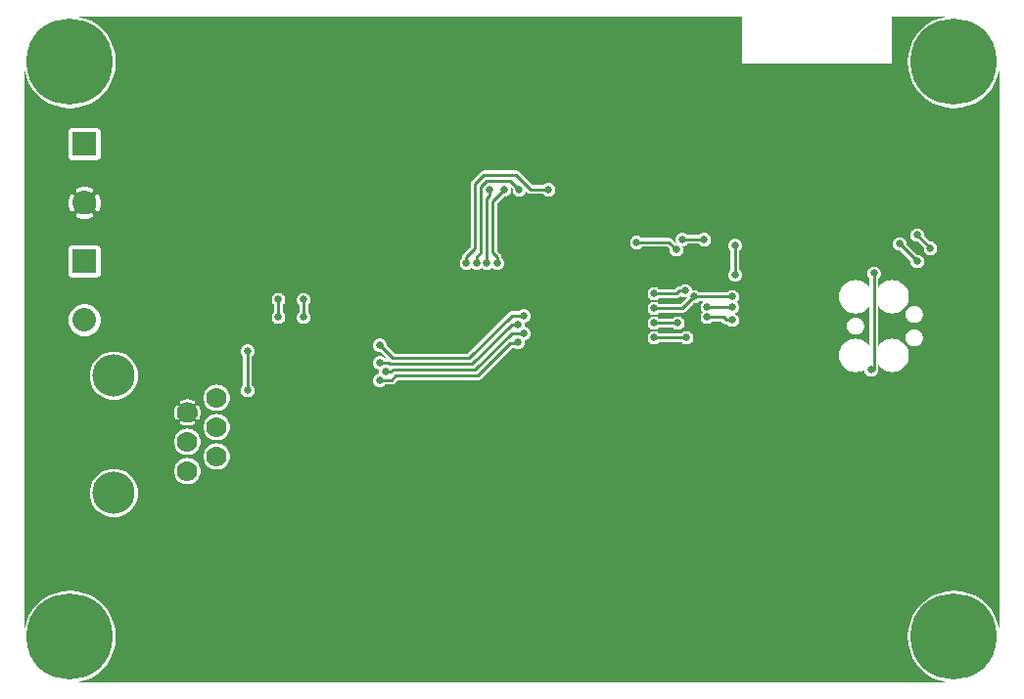
<source format=gbr>
G04 start of page 3 for group 1 idx 1 *
G04 Title: (unknown), bottom *
G04 Creator: pcb 20140316 *
G04 CreationDate: Sun 13 Sep 2020 06:15:44 PM GMT UTC *
G04 For: railfan *
G04 Format: Gerber/RS-274X *
G04 PCB-Dimensions (mil): 3350.00 2300.00 *
G04 PCB-Coordinate-Origin: lower left *
%MOIN*%
%FSLAX25Y25*%
%LNBOTTOM*%
%ADD58C,0.0480*%
%ADD57C,0.0300*%
%ADD56C,0.1280*%
%ADD55C,0.1285*%
%ADD54C,0.0390*%
%ADD53C,0.0935*%
%ADD52C,0.0120*%
%ADD51C,0.0260*%
%ADD50C,0.0800*%
%ADD49C,0.0700*%
%ADD48C,0.1440*%
%ADD47C,0.2937*%
%ADD46C,0.0100*%
%ADD45C,0.0001*%
G54D45*G36*
X302496Y14393D02*X303038Y12138D01*
X303982Y9858D01*
X305272Y7753D01*
X306876Y5876D01*
X308753Y4272D01*
X310858Y2982D01*
X313138Y2038D01*
X315378Y1500D01*
X302496D01*
Y14393D01*
G37*
G36*
X307746Y201132D02*X308753Y200272D01*
X310858Y198982D01*
X313138Y198038D01*
X315539Y197461D01*
X318000Y197268D01*
X320461Y197461D01*
X322862Y198038D01*
X325142Y198982D01*
X327247Y200272D01*
X329124Y201876D01*
X330728Y203753D01*
X332018Y205858D01*
X332962Y208138D01*
X333500Y210378D01*
Y19622D01*
X332962Y21862D01*
X332018Y24142D01*
X330728Y26247D01*
X329124Y28124D01*
X327247Y29728D01*
X325142Y31018D01*
X322862Y31962D01*
X320461Y32539D01*
X318000Y32732D01*
X315539Y32539D01*
X313138Y31962D01*
X310858Y31018D01*
X308753Y29728D01*
X307746Y28868D01*
Y144505D01*
X307779Y144639D01*
X307800Y145000D01*
X307779Y145361D01*
X307746Y145495D01*
Y149034D01*
X307806Y148787D01*
X307944Y148453D01*
X308134Y148144D01*
X308369Y147869D01*
X308644Y147634D01*
X308953Y147444D01*
X309287Y147306D01*
X309639Y147221D01*
X310000Y147193D01*
X310361Y147221D01*
X310713Y147306D01*
X311047Y147444D01*
X311356Y147634D01*
X311631Y147869D01*
X311866Y148144D01*
X312056Y148453D01*
X312194Y148787D01*
X312279Y149139D01*
X312300Y149500D01*
X312279Y149861D01*
X312194Y150213D01*
X312056Y150547D01*
X311866Y150856D01*
X311631Y151131D01*
X311356Y151366D01*
X311047Y151556D01*
X310713Y151694D01*
X310361Y151779D01*
X310000Y151807D01*
X309828Y151794D01*
X307790Y153831D01*
X307800Y154000D01*
X307779Y154361D01*
X307746Y154495D01*
Y201132D01*
G37*
G36*
Y28868D02*X306876Y28124D01*
X305272Y26247D01*
X303982Y24142D01*
X303038Y21862D01*
X302496Y19607D01*
Y111585D01*
X302622Y112109D01*
X302675Y113000D01*
X302622Y113891D01*
X302496Y114415D01*
Y116832D01*
X302761Y116606D01*
X303157Y116363D01*
X303586Y116186D01*
X304037Y116077D01*
X304500Y116041D01*
X304963Y116077D01*
X305414Y116186D01*
X305843Y116363D01*
X306239Y116606D01*
X306592Y116908D01*
X306894Y117261D01*
X307137Y117657D01*
X307314Y118086D01*
X307423Y118537D01*
X307450Y119000D01*
X307423Y119463D01*
X307314Y119914D01*
X307137Y120343D01*
X306894Y120739D01*
X306592Y121092D01*
X306239Y121394D01*
X305843Y121637D01*
X305414Y121814D01*
X304963Y121923D01*
X304500Y121959D01*
X304037Y121923D01*
X303586Y121814D01*
X303157Y121637D01*
X302761Y121394D01*
X302496Y121168D01*
Y124832D01*
X302761Y124606D01*
X303157Y124363D01*
X303586Y124186D01*
X304037Y124077D01*
X304500Y124041D01*
X304963Y124077D01*
X305414Y124186D01*
X305843Y124363D01*
X306239Y124606D01*
X306592Y124908D01*
X306894Y125261D01*
X307137Y125657D01*
X307314Y126086D01*
X307423Y126537D01*
X307450Y127000D01*
X307423Y127463D01*
X307314Y127914D01*
X307137Y128343D01*
X306894Y128739D01*
X306592Y129092D01*
X306239Y129394D01*
X305843Y129637D01*
X305414Y129814D01*
X304963Y129923D01*
X304500Y129959D01*
X304037Y129923D01*
X303586Y129814D01*
X303157Y129637D01*
X302761Y129394D01*
X302496Y129168D01*
Y131585D01*
X302622Y132109D01*
X302675Y133000D01*
X302622Y133891D01*
X302496Y134415D01*
Y145882D01*
X303206Y145172D01*
X303193Y145000D01*
X303221Y144639D01*
X303306Y144287D01*
X303444Y143953D01*
X303634Y143644D01*
X303869Y143369D01*
X304144Y143134D01*
X304453Y142944D01*
X304787Y142806D01*
X305139Y142721D01*
X305500Y142693D01*
X305861Y142721D01*
X306213Y142806D01*
X306547Y142944D01*
X306856Y143134D01*
X307131Y143369D01*
X307366Y143644D01*
X307556Y143953D01*
X307694Y144287D01*
X307746Y144505D01*
Y28868D01*
G37*
G36*
X302496Y210393D02*X303038Y208138D01*
X303982Y205858D01*
X305272Y203753D01*
X306876Y201876D01*
X307746Y201132D01*
Y154495D01*
X307694Y154713D01*
X307556Y155047D01*
X307366Y155356D01*
X307131Y155631D01*
X306856Y155866D01*
X306547Y156056D01*
X306213Y156194D01*
X305861Y156279D01*
X305500Y156307D01*
X305139Y156279D01*
X304787Y156194D01*
X304453Y156056D01*
X304144Y155866D01*
X303869Y155631D01*
X303634Y155356D01*
X303444Y155047D01*
X303306Y154713D01*
X303221Y154361D01*
X303193Y154000D01*
X303221Y153639D01*
X303306Y153287D01*
X303444Y152953D01*
X303634Y152644D01*
X303869Y152369D01*
X304144Y152134D01*
X304453Y151944D01*
X304787Y151806D01*
X305139Y151721D01*
X305500Y151693D01*
X305672Y151706D01*
X307706Y149672D01*
X307693Y149500D01*
X307721Y149139D01*
X307746Y149034D01*
Y145495D01*
X307694Y145713D01*
X307556Y146047D01*
X307366Y146356D01*
X307131Y146631D01*
X306856Y146866D01*
X306547Y147056D01*
X306213Y147194D01*
X305861Y147279D01*
X305500Y147307D01*
X305328Y147294D01*
X302496Y150125D01*
Y210393D01*
G37*
G36*
Y228500D02*X315378D01*
X313138Y227962D01*
X310858Y227018D01*
X308753Y225728D01*
X306876Y224124D01*
X305272Y222247D01*
X303982Y220142D01*
X303038Y217862D01*
X302496Y215607D01*
Y228500D01*
G37*
G36*
Y114415D02*X302414Y114759D01*
X302072Y115584D01*
X301605Y116346D01*
X301025Y117025D01*
X300346Y117605D01*
X299584Y118072D01*
X298759Y118414D01*
X297891Y118622D01*
X297000Y118693D01*
X296109Y118622D01*
X295241Y118414D01*
X294416Y118072D01*
X293654Y117605D01*
X292975Y117025D01*
X292395Y116346D01*
X292300Y116191D01*
Y129809D01*
X292395Y129654D01*
X292975Y128975D01*
X293654Y128395D01*
X294416Y127928D01*
X295241Y127586D01*
X296109Y127378D01*
X297000Y127307D01*
X297891Y127378D01*
X298759Y127586D01*
X299584Y127928D01*
X300346Y128395D01*
X301025Y128975D01*
X301605Y129654D01*
X302072Y130416D01*
X302414Y131241D01*
X302496Y131585D01*
Y129168D01*
X302408Y129092D01*
X302106Y128739D01*
X301863Y128343D01*
X301686Y127914D01*
X301577Y127463D01*
X301541Y127000D01*
X301577Y126537D01*
X301686Y126086D01*
X301863Y125657D01*
X302106Y125261D01*
X302408Y124908D01*
X302496Y124832D01*
Y121168D01*
X302408Y121092D01*
X302106Y120739D01*
X301863Y120343D01*
X301686Y119914D01*
X301577Y119463D01*
X301541Y119000D01*
X301577Y118537D01*
X301686Y118086D01*
X301863Y117657D01*
X302106Y117261D01*
X302408Y116908D01*
X302496Y116832D01*
Y114415D01*
G37*
G36*
Y19607D02*X302461Y19461D01*
X302268Y17000D01*
X302461Y14539D01*
X302496Y14393D01*
Y1500D01*
X290741D01*
Y105900D01*
X290847Y105944D01*
X291156Y106134D01*
X291431Y106369D01*
X291666Y106644D01*
X291825Y106903D01*
X291864Y106936D01*
X292017Y107116D01*
X292141Y107317D01*
X292231Y107535D01*
X292286Y107765D01*
X292300Y108000D01*
Y109809D01*
X292395Y109654D01*
X292975Y108975D01*
X293654Y108395D01*
X294416Y107928D01*
X295241Y107586D01*
X296109Y107378D01*
X297000Y107307D01*
X297891Y107378D01*
X298759Y107586D01*
X299584Y107928D01*
X300346Y108395D01*
X301025Y108975D01*
X301605Y109654D01*
X302072Y110416D01*
X302414Y111241D01*
X302496Y111585D01*
Y19607D01*
G37*
G36*
X290741Y212500D02*X297000D01*
Y228500D01*
X302496D01*
Y215607D01*
X302461Y215461D01*
X302268Y213000D01*
X302461Y210539D01*
X302496Y210393D01*
Y150125D01*
X301790Y150831D01*
X301800Y151000D01*
X301779Y151361D01*
X301694Y151713D01*
X301556Y152047D01*
X301366Y152356D01*
X301131Y152631D01*
X300856Y152866D01*
X300547Y153056D01*
X300213Y153194D01*
X299861Y153279D01*
X299500Y153307D01*
X299139Y153279D01*
X298787Y153194D01*
X298453Y153056D01*
X298144Y152866D01*
X297869Y152631D01*
X297634Y152356D01*
X297444Y152047D01*
X297306Y151713D01*
X297221Y151361D01*
X297193Y151000D01*
X297221Y150639D01*
X297306Y150287D01*
X297444Y149953D01*
X297634Y149644D01*
X297869Y149369D01*
X298144Y149134D01*
X298453Y148944D01*
X298787Y148806D01*
X299139Y148721D01*
X299500Y148693D01*
X299672Y148706D01*
X302496Y145882D01*
Y134415D01*
X302414Y134759D01*
X302072Y135584D01*
X301605Y136346D01*
X301025Y137025D01*
X300346Y137605D01*
X299584Y138072D01*
X298759Y138414D01*
X297891Y138622D01*
X297000Y138693D01*
X296109Y138622D01*
X295241Y138414D01*
X294416Y138072D01*
X293654Y137605D01*
X292975Y137025D01*
X292395Y136346D01*
X292300Y136191D01*
Y139256D01*
X292431Y139369D01*
X292666Y139644D01*
X292856Y139953D01*
X292994Y140287D01*
X293079Y140639D01*
X293100Y141000D01*
X293079Y141361D01*
X292994Y141713D01*
X292856Y142047D01*
X292666Y142356D01*
X292431Y142631D01*
X292156Y142866D01*
X291847Y143056D01*
X291513Y143194D01*
X291161Y143279D01*
X290800Y143307D01*
X290741Y143302D01*
Y212500D01*
G37*
G36*
X284495Y107308D02*X284500Y107307D01*
X285391Y107378D01*
X286259Y107586D01*
X287084Y107928D01*
X287508Y108187D01*
X287493Y108000D01*
X287521Y107639D01*
X287606Y107287D01*
X287744Y106953D01*
X287934Y106644D01*
X288169Y106369D01*
X288444Y106134D01*
X288753Y105944D01*
X289087Y105806D01*
X289439Y105721D01*
X289800Y105693D01*
X290161Y105721D01*
X290513Y105806D01*
X290741Y105900D01*
Y1500D01*
X284495D01*
Y107308D01*
G37*
G36*
Y127308D02*X284500Y127307D01*
X285391Y127378D01*
X286259Y127586D01*
X287084Y127928D01*
X287846Y128395D01*
X288525Y128975D01*
X289105Y129654D01*
X289300Y129972D01*
Y116028D01*
X289105Y116346D01*
X288525Y117025D01*
X287846Y117605D01*
X287084Y118072D01*
X286259Y118414D01*
X285391Y118622D01*
X284500Y118693D01*
X284495Y118692D01*
Y120041D01*
X284500Y120041D01*
X284963Y120077D01*
X285414Y120186D01*
X285843Y120363D01*
X286239Y120606D01*
X286592Y120908D01*
X286894Y121261D01*
X287137Y121657D01*
X287314Y122086D01*
X287423Y122537D01*
X287450Y123000D01*
X287423Y123463D01*
X287314Y123914D01*
X287137Y124343D01*
X286894Y124739D01*
X286592Y125092D01*
X286239Y125394D01*
X285843Y125637D01*
X285414Y125814D01*
X284963Y125923D01*
X284500Y125959D01*
X284495Y125959D01*
Y127308D01*
G37*
G36*
Y212500D02*X290741D01*
Y143302D01*
X290439Y143279D01*
X290087Y143194D01*
X289753Y143056D01*
X289444Y142866D01*
X289169Y142631D01*
X288934Y142356D01*
X288744Y142047D01*
X288606Y141713D01*
X288521Y141361D01*
X288493Y141000D01*
X288521Y140639D01*
X288606Y140287D01*
X288744Y139953D01*
X288934Y139644D01*
X289169Y139369D01*
X289300Y139256D01*
Y136028D01*
X289105Y136346D01*
X288525Y137025D01*
X287846Y137605D01*
X287084Y138072D01*
X286259Y138414D01*
X285391Y138622D01*
X284500Y138693D01*
X284495Y138692D01*
Y212500D01*
G37*
G36*
X243496Y228500D02*X246000D01*
Y212500D01*
X284495D01*
Y138692D01*
X283609Y138622D01*
X282741Y138414D01*
X281916Y138072D01*
X281154Y137605D01*
X280475Y137025D01*
X279895Y136346D01*
X279428Y135584D01*
X279086Y134759D01*
X278878Y133891D01*
X278807Y133000D01*
X278878Y132109D01*
X279086Y131241D01*
X279428Y130416D01*
X279895Y129654D01*
X280475Y128975D01*
X281154Y128395D01*
X281916Y127928D01*
X282741Y127586D01*
X283609Y127378D01*
X284495Y127308D01*
Y125959D01*
X284037Y125923D01*
X283586Y125814D01*
X283157Y125637D01*
X282761Y125394D01*
X282408Y125092D01*
X282106Y124739D01*
X281863Y124343D01*
X281686Y123914D01*
X281577Y123463D01*
X281541Y123000D01*
X281577Y122537D01*
X281686Y122086D01*
X281863Y121657D01*
X282106Y121261D01*
X282408Y120908D01*
X282761Y120606D01*
X283157Y120363D01*
X283586Y120186D01*
X284037Y120077D01*
X284495Y120041D01*
Y118692D01*
X283609Y118622D01*
X282741Y118414D01*
X281916Y118072D01*
X281154Y117605D01*
X280475Y117025D01*
X279895Y116346D01*
X279428Y115584D01*
X279086Y114759D01*
X278878Y113891D01*
X278807Y113000D01*
X278878Y112109D01*
X279086Y111241D01*
X279428Y110416D01*
X279895Y109654D01*
X280475Y108975D01*
X281154Y108395D01*
X281916Y107928D01*
X282741Y107586D01*
X283609Y107378D01*
X284495Y107308D01*
Y1500D01*
X243496D01*
Y122923D01*
X243547Y122944D01*
X243856Y123134D01*
X244131Y123369D01*
X244366Y123644D01*
X244556Y123953D01*
X244694Y124287D01*
X244779Y124639D01*
X244800Y125000D01*
X244779Y125361D01*
X244694Y125713D01*
X244556Y126047D01*
X244366Y126356D01*
X244131Y126631D01*
X243856Y126866D01*
X243547Y127056D01*
X243496Y127077D01*
Y127423D01*
X243547Y127444D01*
X243856Y127634D01*
X244131Y127869D01*
X244366Y128144D01*
X244556Y128453D01*
X244694Y128787D01*
X244779Y129139D01*
X244800Y129500D01*
X244779Y129861D01*
X244694Y130213D01*
X244556Y130547D01*
X244366Y130856D01*
X244131Y131131D01*
X243992Y131250D01*
X244131Y131369D01*
X244366Y131644D01*
X244556Y131953D01*
X244694Y132287D01*
X244779Y132639D01*
X244800Y133000D01*
X244779Y133361D01*
X244694Y133713D01*
X244556Y134047D01*
X244366Y134356D01*
X244131Y134631D01*
X243856Y134866D01*
X243547Y135056D01*
X243496Y135077D01*
Y138193D01*
X243500Y138193D01*
X243861Y138221D01*
X244213Y138306D01*
X244547Y138444D01*
X244856Y138634D01*
X245131Y138869D01*
X245366Y139144D01*
X245556Y139453D01*
X245694Y139787D01*
X245779Y140139D01*
X245800Y140500D01*
X245779Y140861D01*
X245694Y141213D01*
X245556Y141547D01*
X245366Y141856D01*
X245131Y142131D01*
X245000Y142244D01*
Y148756D01*
X245131Y148869D01*
X245366Y149144D01*
X245556Y149453D01*
X245694Y149787D01*
X245779Y150139D01*
X245800Y150500D01*
X245779Y150861D01*
X245694Y151213D01*
X245556Y151547D01*
X245366Y151856D01*
X245131Y152131D01*
X244856Y152366D01*
X244547Y152556D01*
X244213Y152694D01*
X243861Y152779D01*
X243500Y152807D01*
X243496Y152807D01*
Y228500D01*
G37*
G36*
Y127077D02*X243213Y127194D01*
X242980Y127250D01*
X243213Y127306D01*
X243496Y127423D01*
Y127077D01*
G37*
G36*
Y1500D02*X229246D01*
Y118505D01*
X229279Y118639D01*
X229300Y119000D01*
X229279Y119361D01*
X229246Y119495D01*
Y130625D01*
X229328Y130706D01*
X229500Y130693D01*
X229861Y130721D01*
X230213Y130806D01*
X230547Y130944D01*
X230856Y131134D01*
X231131Y131369D01*
X231244Y131500D01*
X232862D01*
X232644Y131366D01*
X232369Y131131D01*
X232134Y130856D01*
X231944Y130547D01*
X231806Y130213D01*
X231721Y129861D01*
X231693Y129500D01*
X231721Y129139D01*
X231806Y128787D01*
X231944Y128453D01*
X232134Y128144D01*
X232369Y127869D01*
X232508Y127750D01*
X232369Y127631D01*
X232134Y127356D01*
X231944Y127047D01*
X231806Y126713D01*
X231721Y126361D01*
X231693Y126000D01*
X231721Y125639D01*
X231806Y125287D01*
X231944Y124953D01*
X232134Y124644D01*
X232369Y124369D01*
X232644Y124134D01*
X232953Y123944D01*
X233287Y123806D01*
X233639Y123721D01*
X234000Y123693D01*
X234361Y123721D01*
X234713Y123806D01*
X235047Y123944D01*
X235356Y124134D01*
X235631Y124369D01*
X235744Y124500D01*
X238879D01*
X239398Y123981D01*
X239436Y123936D01*
X239615Y123783D01*
X239616Y123783D01*
X239817Y123659D01*
X240035Y123569D01*
X240265Y123514D01*
X240500Y123495D01*
X240559Y123500D01*
X240756D01*
X240869Y123369D01*
X241144Y123134D01*
X241453Y122944D01*
X241787Y122806D01*
X242139Y122721D01*
X242500Y122693D01*
X242861Y122721D01*
X243213Y122806D01*
X243496Y122923D01*
Y1500D01*
G37*
G36*
X229246Y228500D02*X243496D01*
Y152807D01*
X243139Y152779D01*
X242787Y152694D01*
X242453Y152556D01*
X242144Y152366D01*
X241869Y152131D01*
X241634Y151856D01*
X241444Y151547D01*
X241306Y151213D01*
X241221Y150861D01*
X241193Y150500D01*
X241221Y150139D01*
X241306Y149787D01*
X241444Y149453D01*
X241634Y149144D01*
X241869Y148869D01*
X242000Y148756D01*
Y142244D01*
X241869Y142131D01*
X241634Y141856D01*
X241444Y141547D01*
X241306Y141213D01*
X241221Y140861D01*
X241193Y140500D01*
X241221Y140139D01*
X241306Y139787D01*
X241444Y139453D01*
X241634Y139144D01*
X241869Y138869D01*
X242144Y138634D01*
X242453Y138444D01*
X242787Y138306D01*
X243139Y138221D01*
X243496Y138193D01*
Y135077D01*
X243213Y135194D01*
X242861Y135279D01*
X242500Y135307D01*
X242139Y135279D01*
X241787Y135194D01*
X241453Y135056D01*
X241144Y134866D01*
X240869Y134631D01*
X240756Y134500D01*
X231244D01*
X231131Y134631D01*
X230856Y134866D01*
X230547Y135056D01*
X230213Y135194D01*
X229861Y135279D01*
X229500Y135307D01*
X229246Y135287D01*
Y151000D01*
X231256D01*
X231369Y150869D01*
X231644Y150634D01*
X231953Y150444D01*
X232287Y150306D01*
X232639Y150221D01*
X233000Y150193D01*
X233361Y150221D01*
X233713Y150306D01*
X234047Y150444D01*
X234356Y150634D01*
X234631Y150869D01*
X234866Y151144D01*
X235056Y151453D01*
X235194Y151787D01*
X235279Y152139D01*
X235300Y152500D01*
X235279Y152861D01*
X235194Y153213D01*
X235056Y153547D01*
X234866Y153856D01*
X234631Y154131D01*
X234356Y154366D01*
X234047Y154556D01*
X233713Y154694D01*
X233361Y154779D01*
X233000Y154807D01*
X232639Y154779D01*
X232287Y154694D01*
X231953Y154556D01*
X231644Y154366D01*
X231369Y154131D01*
X231256Y154000D01*
X229246D01*
Y228500D01*
G37*
G36*
X219996Y117500D02*X225256D01*
X225369Y117369D01*
X225644Y117134D01*
X225953Y116944D01*
X226287Y116806D01*
X226639Y116721D01*
X227000Y116693D01*
X227361Y116721D01*
X227713Y116806D01*
X228047Y116944D01*
X228356Y117134D01*
X228631Y117369D01*
X228866Y117644D01*
X229056Y117953D01*
X229194Y118287D01*
X229246Y118505D01*
Y1500D01*
X219996D01*
Y117500D01*
G37*
G36*
Y127500D02*X225441D01*
X225500Y127495D01*
X225735Y127514D01*
X225735Y127514D01*
X225965Y127569D01*
X226183Y127659D01*
X226384Y127783D01*
X226564Y127936D01*
X226602Y127981D01*
X229246Y130625D01*
Y119495D01*
X229194Y119713D01*
X229056Y120047D01*
X228866Y120356D01*
X228631Y120631D01*
X228356Y120866D01*
X228047Y121056D01*
X227713Y121194D01*
X227361Y121279D01*
X227000Y121307D01*
X226639Y121279D01*
X226287Y121194D01*
X225953Y121056D01*
X225644Y120866D01*
X225369Y120631D01*
X225256Y120500D01*
X219996D01*
Y122500D01*
X222256D01*
X222369Y122369D01*
X222644Y122134D01*
X222953Y121944D01*
X223287Y121806D01*
X223639Y121721D01*
X224000Y121693D01*
X224361Y121721D01*
X224713Y121806D01*
X225047Y121944D01*
X225356Y122134D01*
X225631Y122369D01*
X225866Y122644D01*
X226056Y122953D01*
X226194Y123287D01*
X226279Y123639D01*
X226300Y124000D01*
X226279Y124361D01*
X226194Y124713D01*
X226056Y125047D01*
X225866Y125356D01*
X225631Y125631D01*
X225356Y125866D01*
X225047Y126056D01*
X224713Y126194D01*
X224361Y126279D01*
X224000Y126307D01*
X223639Y126279D01*
X223287Y126194D01*
X222953Y126056D01*
X222644Y125866D01*
X222369Y125631D01*
X222256Y125500D01*
X219996D01*
Y127500D01*
G37*
G36*
Y132500D02*X223441D01*
X223500Y132495D01*
X223735Y132514D01*
X223735Y132514D01*
X223965Y132569D01*
X224183Y132659D01*
X224384Y132783D01*
X224564Y132936D01*
X224602Y132981D01*
X224934Y133313D01*
X225144Y133134D01*
X225453Y132944D01*
X225787Y132806D01*
X226139Y132721D01*
X226500Y132693D01*
X226861Y132721D01*
X227176Y132797D01*
X224879Y130500D01*
X219996D01*
Y132500D01*
G37*
G36*
Y150000D02*X220379D01*
X221206Y149172D01*
X221193Y149000D01*
X221221Y148639D01*
X221306Y148287D01*
X221444Y147953D01*
X221634Y147644D01*
X221869Y147369D01*
X222144Y147134D01*
X222453Y146944D01*
X222787Y146806D01*
X223139Y146721D01*
X223500Y146693D01*
X223861Y146721D01*
X224213Y146806D01*
X224547Y146944D01*
X224856Y147134D01*
X225131Y147369D01*
X225366Y147644D01*
X225556Y147953D01*
X225694Y148287D01*
X225779Y148639D01*
X225800Y149000D01*
X225779Y149361D01*
X225694Y149713D01*
X225556Y150047D01*
X225465Y150196D01*
X225500Y150193D01*
X225861Y150221D01*
X226213Y150306D01*
X226547Y150444D01*
X226856Y150634D01*
X227131Y150869D01*
X227244Y151000D01*
X229246D01*
Y135287D01*
X229139Y135279D01*
X228789Y135195D01*
X228779Y135361D01*
X228694Y135713D01*
X228556Y136047D01*
X228366Y136356D01*
X228131Y136631D01*
X227856Y136866D01*
X227547Y137056D01*
X227213Y137194D01*
X226861Y137279D01*
X226500Y137307D01*
X226139Y137279D01*
X225787Y137194D01*
X225453Y137056D01*
X225144Y136866D01*
X224869Y136631D01*
X224756Y136500D01*
X224559D01*
X224500Y136505D01*
X224265Y136486D01*
X224035Y136431D01*
X223817Y136341D01*
X223616Y136217D01*
X223615Y136217D01*
X223436Y136064D01*
X223398Y136019D01*
X222879Y135500D01*
X219996D01*
Y150000D01*
G37*
G36*
Y228500D02*X229246D01*
Y154000D01*
X227244D01*
X227131Y154131D01*
X226856Y154366D01*
X226547Y154556D01*
X226213Y154694D01*
X225861Y154779D01*
X225500Y154807D01*
X225139Y154779D01*
X224787Y154694D01*
X224453Y154556D01*
X224144Y154366D01*
X223869Y154131D01*
X223634Y153856D01*
X223444Y153547D01*
X223306Y153213D01*
X223221Y152861D01*
X223193Y152500D01*
X223221Y152139D01*
X223306Y151787D01*
X223444Y151453D01*
X223535Y151304D01*
X223500Y151307D01*
X223328Y151294D01*
X222102Y152519D01*
X222064Y152564D01*
X221884Y152717D01*
X221683Y152841D01*
X221465Y152931D01*
X221235Y152986D01*
X221235Y152986D01*
X221000Y153005D01*
X220941Y153000D01*
X219996D01*
Y228500D01*
G37*
G36*
X165996D02*X219996D01*
Y153000D01*
X211744D01*
X211631Y153131D01*
X211356Y153366D01*
X211047Y153556D01*
X210713Y153694D01*
X210361Y153779D01*
X210000Y153807D01*
X209639Y153779D01*
X209287Y153694D01*
X208953Y153556D01*
X208644Y153366D01*
X208369Y153131D01*
X208134Y152856D01*
X207944Y152547D01*
X207806Y152213D01*
X207721Y151861D01*
X207693Y151500D01*
X207721Y151139D01*
X207806Y150787D01*
X207944Y150453D01*
X208134Y150144D01*
X208369Y149869D01*
X208644Y149634D01*
X208953Y149444D01*
X209287Y149306D01*
X209639Y149221D01*
X210000Y149193D01*
X210361Y149221D01*
X210713Y149306D01*
X211047Y149444D01*
X211356Y149634D01*
X211631Y149869D01*
X211744Y150000D01*
X219996D01*
Y135500D01*
X217744D01*
X217631Y135631D01*
X217356Y135866D01*
X217047Y136056D01*
X216713Y136194D01*
X216361Y136279D01*
X216000Y136307D01*
X215639Y136279D01*
X215287Y136194D01*
X214953Y136056D01*
X214644Y135866D01*
X214369Y135631D01*
X214134Y135356D01*
X213944Y135047D01*
X213806Y134713D01*
X213721Y134361D01*
X213693Y134000D01*
X213721Y133639D01*
X213806Y133287D01*
X213944Y132953D01*
X214134Y132644D01*
X214369Y132369D01*
X214644Y132134D01*
X214953Y131944D01*
X215287Y131806D01*
X215639Y131721D01*
X216000Y131693D01*
X216361Y131721D01*
X216713Y131806D01*
X217047Y131944D01*
X217356Y132134D01*
X217631Y132369D01*
X217744Y132500D01*
X219996D01*
Y130500D01*
X217744D01*
X217631Y130631D01*
X217356Y130866D01*
X217047Y131056D01*
X216713Y131194D01*
X216361Y131279D01*
X216000Y131307D01*
X215639Y131279D01*
X215287Y131194D01*
X214953Y131056D01*
X214644Y130866D01*
X214369Y130631D01*
X214134Y130356D01*
X213944Y130047D01*
X213806Y129713D01*
X213721Y129361D01*
X213693Y129000D01*
X213721Y128639D01*
X213806Y128287D01*
X213944Y127953D01*
X214134Y127644D01*
X214369Y127369D01*
X214644Y127134D01*
X214953Y126944D01*
X215287Y126806D01*
X215639Y126721D01*
X216000Y126693D01*
X216361Y126721D01*
X216713Y126806D01*
X217047Y126944D01*
X217356Y127134D01*
X217631Y127369D01*
X217744Y127500D01*
X219996D01*
Y125500D01*
X217744D01*
X217631Y125631D01*
X217356Y125866D01*
X217047Y126056D01*
X216713Y126194D01*
X216361Y126279D01*
X216000Y126307D01*
X215639Y126279D01*
X215287Y126194D01*
X214953Y126056D01*
X214644Y125866D01*
X214369Y125631D01*
X214134Y125356D01*
X213944Y125047D01*
X213806Y124713D01*
X213721Y124361D01*
X213693Y124000D01*
X213721Y123639D01*
X213806Y123287D01*
X213944Y122953D01*
X214134Y122644D01*
X214369Y122369D01*
X214644Y122134D01*
X214953Y121944D01*
X215287Y121806D01*
X215639Y121721D01*
X216000Y121693D01*
X216361Y121721D01*
X216713Y121806D01*
X217047Y121944D01*
X217356Y122134D01*
X217631Y122369D01*
X217744Y122500D01*
X219996D01*
Y120500D01*
X217744D01*
X217631Y120631D01*
X217356Y120866D01*
X217047Y121056D01*
X216713Y121194D01*
X216361Y121279D01*
X216000Y121307D01*
X215639Y121279D01*
X215287Y121194D01*
X214953Y121056D01*
X214644Y120866D01*
X214369Y120631D01*
X214134Y120356D01*
X213944Y120047D01*
X213806Y119713D01*
X213721Y119361D01*
X213693Y119000D01*
X213721Y118639D01*
X213806Y118287D01*
X213944Y117953D01*
X214134Y117644D01*
X214369Y117369D01*
X214644Y117134D01*
X214953Y116944D01*
X215287Y116806D01*
X215639Y116721D01*
X216000Y116693D01*
X216361Y116721D01*
X216713Y116806D01*
X217047Y116944D01*
X217356Y117134D01*
X217631Y117369D01*
X217744Y117500D01*
X219996D01*
Y1500D01*
X165996D01*
Y113875D01*
X167621Y115500D01*
X168362D01*
X168453Y115444D01*
X168787Y115306D01*
X169139Y115221D01*
X169500Y115193D01*
X169861Y115221D01*
X170213Y115306D01*
X170547Y115444D01*
X170856Y115634D01*
X171131Y115869D01*
X171366Y116144D01*
X171556Y116453D01*
X171694Y116787D01*
X171779Y117139D01*
X171800Y117500D01*
X171779Y117861D01*
X171695Y118208D01*
X171861Y118221D01*
X172213Y118306D01*
X172547Y118444D01*
X172856Y118634D01*
X173131Y118869D01*
X173366Y119144D01*
X173556Y119453D01*
X173694Y119787D01*
X173779Y120139D01*
X173800Y120500D01*
X173779Y120861D01*
X173694Y121213D01*
X173556Y121547D01*
X173366Y121856D01*
X173131Y122131D01*
X172856Y122366D01*
X172547Y122556D01*
X172213Y122694D01*
X171861Y122779D01*
X171695Y122792D01*
X171779Y123139D01*
X171800Y123500D01*
X171779Y123861D01*
X171695Y124208D01*
X171861Y124221D01*
X172213Y124306D01*
X172547Y124444D01*
X172856Y124634D01*
X173131Y124869D01*
X173366Y125144D01*
X173556Y125453D01*
X173694Y125787D01*
X173779Y126139D01*
X173800Y126500D01*
X173779Y126861D01*
X173694Y127213D01*
X173556Y127547D01*
X173366Y127856D01*
X173131Y128131D01*
X172856Y128366D01*
X172547Y128556D01*
X172213Y128694D01*
X171861Y128779D01*
X171500Y128807D01*
X171139Y128779D01*
X170787Y128694D01*
X170453Y128556D01*
X170144Y128366D01*
X169869Y128131D01*
X169756Y128000D01*
X167559D01*
X167500Y128005D01*
X167265Y127986D01*
X167035Y127931D01*
X166817Y127841D01*
X166616Y127717D01*
X166615Y127717D01*
X166436Y127564D01*
X166398Y127519D01*
X165996Y127118D01*
Y167423D01*
X166047Y167444D01*
X166356Y167634D01*
X166631Y167869D01*
X166866Y168144D01*
X167056Y168453D01*
X167194Y168787D01*
X167279Y169139D01*
X167300Y169500D01*
X167279Y169861D01*
X167203Y170176D01*
X167706Y169672D01*
X167693Y169500D01*
X167721Y169139D01*
X167806Y168787D01*
X167944Y168453D01*
X168134Y168144D01*
X168369Y167869D01*
X168644Y167634D01*
X168953Y167444D01*
X169287Y167306D01*
X169639Y167221D01*
X170000Y167193D01*
X170361Y167221D01*
X170713Y167306D01*
X171047Y167444D01*
X171356Y167634D01*
X171631Y167869D01*
X171866Y168144D01*
X172056Y168453D01*
X172194Y168787D01*
X172271Y169108D01*
X172898Y168481D01*
X172936Y168436D01*
X173116Y168283D01*
X173317Y168159D01*
X173535Y168069D01*
X173765Y168014D01*
X174000Y167995D01*
X174059Y168000D01*
X178256D01*
X178369Y167869D01*
X178644Y167634D01*
X178953Y167444D01*
X179287Y167306D01*
X179639Y167221D01*
X180000Y167193D01*
X180361Y167221D01*
X180713Y167306D01*
X181047Y167444D01*
X181356Y167634D01*
X181631Y167869D01*
X181866Y168144D01*
X182056Y168453D01*
X182194Y168787D01*
X182279Y169139D01*
X182300Y169500D01*
X182279Y169861D01*
X182194Y170213D01*
X182056Y170547D01*
X181866Y170856D01*
X181631Y171131D01*
X181356Y171366D01*
X181047Y171556D01*
X180713Y171694D01*
X180361Y171779D01*
X180000Y171807D01*
X179639Y171779D01*
X179287Y171694D01*
X178953Y171556D01*
X178644Y171366D01*
X178369Y171131D01*
X178256Y171000D01*
X174621D01*
X170102Y175519D01*
X170064Y175564D01*
X169884Y175717D01*
X169683Y175841D01*
X169465Y175931D01*
X169235Y175986D01*
X169235Y175986D01*
X169000Y176005D01*
X168941Y176000D01*
X165996D01*
Y228500D01*
G37*
G36*
X96571D02*X165996D01*
Y176000D01*
X158059D01*
X158000Y176005D01*
X157765Y175986D01*
X157535Y175931D01*
X157317Y175841D01*
X157116Y175717D01*
X157115Y175717D01*
X156936Y175564D01*
X156898Y175519D01*
X153981Y172602D01*
X153936Y172564D01*
X153783Y172384D01*
X153659Y172183D01*
X153569Y171965D01*
X153514Y171735D01*
X153514Y171735D01*
X153495Y171500D01*
X153500Y171441D01*
Y150121D01*
X150981Y147602D01*
X150936Y147564D01*
X150783Y147384D01*
X150659Y147183D01*
X150569Y146965D01*
X150514Y146735D01*
X150514Y146735D01*
X150495Y146500D01*
X150500Y146441D01*
Y146244D01*
X150369Y146131D01*
X150134Y145856D01*
X149944Y145547D01*
X149806Y145213D01*
X149721Y144861D01*
X149693Y144500D01*
X149721Y144139D01*
X149806Y143787D01*
X149944Y143453D01*
X150134Y143144D01*
X150369Y142869D01*
X150644Y142634D01*
X150953Y142444D01*
X151287Y142306D01*
X151639Y142221D01*
X152000Y142193D01*
X152361Y142221D01*
X152713Y142306D01*
X153047Y142444D01*
X153356Y142634D01*
X153631Y142869D01*
X153750Y143008D01*
X153869Y142869D01*
X154144Y142634D01*
X154453Y142444D01*
X154787Y142306D01*
X155139Y142221D01*
X155500Y142193D01*
X155861Y142221D01*
X156213Y142306D01*
X156547Y142444D01*
X156856Y142634D01*
X157131Y142869D01*
X157250Y143008D01*
X157369Y142869D01*
X157644Y142634D01*
X157953Y142444D01*
X158287Y142306D01*
X158639Y142221D01*
X159000Y142193D01*
X159361Y142221D01*
X159713Y142306D01*
X160047Y142444D01*
X160356Y142634D01*
X160631Y142869D01*
X160750Y143008D01*
X160869Y142869D01*
X161144Y142634D01*
X161453Y142444D01*
X161787Y142306D01*
X162139Y142221D01*
X162500Y142193D01*
X162861Y142221D01*
X163213Y142306D01*
X163547Y142444D01*
X163856Y142634D01*
X164131Y142869D01*
X164366Y143144D01*
X164556Y143453D01*
X164694Y143787D01*
X164779Y144139D01*
X164800Y144500D01*
X164779Y144861D01*
X164694Y145213D01*
X164556Y145547D01*
X164366Y145856D01*
X164131Y146131D01*
X164000Y146244D01*
Y146441D01*
X164005Y146500D01*
X163986Y146735D01*
X163931Y146965D01*
X163841Y147183D01*
X163717Y147384D01*
X163564Y147564D01*
X163519Y147602D01*
X162500Y148621D01*
Y164879D01*
X164828Y167206D01*
X165000Y167193D01*
X165361Y167221D01*
X165713Y167306D01*
X165996Y167423D01*
Y127118D01*
X152379Y113500D01*
X127621D01*
X124790Y116331D01*
X124800Y116500D01*
X124779Y116861D01*
X124694Y117213D01*
X124556Y117547D01*
X124366Y117856D01*
X124131Y118131D01*
X123856Y118366D01*
X123547Y118556D01*
X123213Y118694D01*
X122861Y118779D01*
X122500Y118807D01*
X122139Y118779D01*
X121787Y118694D01*
X121453Y118556D01*
X121144Y118366D01*
X120869Y118131D01*
X120634Y117856D01*
X120444Y117547D01*
X120306Y117213D01*
X120221Y116861D01*
X120193Y116500D01*
X120221Y116139D01*
X120306Y115787D01*
X120444Y115453D01*
X120634Y115144D01*
X120869Y114869D01*
X121144Y114634D01*
X121453Y114444D01*
X121787Y114306D01*
X122139Y114221D01*
X122500Y114193D01*
X122672Y114206D01*
X124879Y112000D01*
X124244D01*
X124131Y112131D01*
X123856Y112366D01*
X123547Y112556D01*
X123213Y112694D01*
X122861Y112779D01*
X122500Y112807D01*
X122139Y112779D01*
X121787Y112694D01*
X121453Y112556D01*
X121144Y112366D01*
X120869Y112131D01*
X120634Y111856D01*
X120444Y111547D01*
X120306Y111213D01*
X120221Y110861D01*
X120193Y110500D01*
X120221Y110139D01*
X120306Y109787D01*
X120444Y109453D01*
X120634Y109144D01*
X120869Y108869D01*
X121144Y108634D01*
X121453Y108444D01*
X121787Y108306D01*
X122139Y108221D01*
X122305Y108208D01*
X122221Y107861D01*
X122193Y107500D01*
X122221Y107139D01*
X122305Y106792D01*
X122139Y106779D01*
X121787Y106694D01*
X121453Y106556D01*
X121144Y106366D01*
X120869Y106131D01*
X120634Y105856D01*
X120444Y105547D01*
X120306Y105213D01*
X120221Y104861D01*
X120193Y104500D01*
X120221Y104139D01*
X120306Y103787D01*
X120444Y103453D01*
X120634Y103144D01*
X120869Y102869D01*
X121144Y102634D01*
X121453Y102444D01*
X121787Y102306D01*
X122139Y102221D01*
X122500Y102193D01*
X122861Y102221D01*
X123213Y102306D01*
X123547Y102444D01*
X123856Y102634D01*
X124131Y102869D01*
X124244Y103000D01*
X126441D01*
X126500Y102995D01*
X126735Y103014D01*
X126735Y103014D01*
X126965Y103069D01*
X127183Y103159D01*
X127384Y103283D01*
X127564Y103436D01*
X127602Y103481D01*
X128621Y104500D01*
X155941D01*
X156000Y104495D01*
X156235Y104514D01*
X156235Y104514D01*
X156465Y104569D01*
X156683Y104659D01*
X156884Y104783D01*
X157064Y104936D01*
X157102Y104981D01*
X165996Y113875D01*
Y1500D01*
X96571D01*
Y123693D01*
X96575Y123693D01*
X96936Y123721D01*
X97288Y123806D01*
X97622Y123944D01*
X97931Y124134D01*
X98206Y124369D01*
X98441Y124644D01*
X98631Y124953D01*
X98769Y125287D01*
X98854Y125639D01*
X98875Y126000D01*
X98854Y126361D01*
X98769Y126713D01*
X98631Y127047D01*
X98441Y127356D01*
X98206Y127631D01*
X98075Y127744D01*
Y130256D01*
X98206Y130369D01*
X98441Y130644D01*
X98631Y130953D01*
X98769Y131287D01*
X98854Y131639D01*
X98875Y132000D01*
X98854Y132361D01*
X98769Y132713D01*
X98631Y133047D01*
X98441Y133356D01*
X98206Y133631D01*
X97931Y133866D01*
X97622Y134056D01*
X97288Y134194D01*
X96936Y134279D01*
X96575Y134307D01*
X96571Y134307D01*
Y228500D01*
G37*
G36*
X87996D02*X96571D01*
Y134307D01*
X96214Y134279D01*
X95862Y134194D01*
X95528Y134056D01*
X95219Y133866D01*
X94944Y133631D01*
X94709Y133356D01*
X94519Y133047D01*
X94381Y132713D01*
X94296Y132361D01*
X94268Y132000D01*
X94296Y131639D01*
X94381Y131287D01*
X94519Y130953D01*
X94709Y130644D01*
X94944Y130369D01*
X95075Y130256D01*
Y127744D01*
X94944Y127631D01*
X94709Y127356D01*
X94519Y127047D01*
X94381Y126713D01*
X94296Y126361D01*
X94268Y126000D01*
X94296Y125639D01*
X94381Y125287D01*
X94519Y124953D01*
X94709Y124644D01*
X94944Y124369D01*
X95219Y124134D01*
X95528Y123944D01*
X95862Y123806D01*
X96214Y123721D01*
X96571Y123693D01*
Y1500D01*
X87996D01*
Y123693D01*
X88000Y123693D01*
X88361Y123721D01*
X88713Y123806D01*
X89047Y123944D01*
X89356Y124134D01*
X89631Y124369D01*
X89866Y124644D01*
X90056Y124953D01*
X90194Y125287D01*
X90279Y125639D01*
X90300Y126000D01*
X90279Y126361D01*
X90194Y126713D01*
X90056Y127047D01*
X89866Y127356D01*
X89631Y127631D01*
X89500Y127744D01*
Y130256D01*
X89631Y130369D01*
X89866Y130644D01*
X90056Y130953D01*
X90194Y131287D01*
X90279Y131639D01*
X90300Y132000D01*
X90279Y132361D01*
X90194Y132713D01*
X90056Y133047D01*
X89866Y133356D01*
X89631Y133631D01*
X89356Y133866D01*
X89047Y134056D01*
X88713Y134194D01*
X88361Y134279D01*
X88000Y134307D01*
X87996Y134307D01*
Y228500D01*
G37*
G36*
X77496D02*X87996D01*
Y134307D01*
X87639Y134279D01*
X87287Y134194D01*
X86953Y134056D01*
X86644Y133866D01*
X86369Y133631D01*
X86134Y133356D01*
X85944Y133047D01*
X85806Y132713D01*
X85721Y132361D01*
X85693Y132000D01*
X85721Y131639D01*
X85806Y131287D01*
X85944Y130953D01*
X86134Y130644D01*
X86369Y130369D01*
X86500Y130256D01*
Y127744D01*
X86369Y127631D01*
X86134Y127356D01*
X85944Y127047D01*
X85806Y126713D01*
X85721Y126361D01*
X85693Y126000D01*
X85721Y125639D01*
X85806Y125287D01*
X85944Y124953D01*
X86134Y124644D01*
X86369Y124369D01*
X86644Y124134D01*
X86953Y123944D01*
X87287Y123806D01*
X87639Y123721D01*
X87996Y123693D01*
Y1500D01*
X77496D01*
Y98693D01*
X77500Y98693D01*
X77861Y98721D01*
X78213Y98806D01*
X78547Y98944D01*
X78856Y99134D01*
X79131Y99369D01*
X79366Y99644D01*
X79556Y99953D01*
X79694Y100287D01*
X79779Y100639D01*
X79800Y101000D01*
X79779Y101361D01*
X79694Y101713D01*
X79556Y102047D01*
X79366Y102356D01*
X79131Y102631D01*
X79000Y102744D01*
Y112756D01*
X79131Y112869D01*
X79366Y113144D01*
X79556Y113453D01*
X79694Y113787D01*
X79779Y114139D01*
X79800Y114500D01*
X79779Y114861D01*
X79694Y115213D01*
X79556Y115547D01*
X79366Y115856D01*
X79131Y116131D01*
X78856Y116366D01*
X78547Y116556D01*
X78213Y116694D01*
X77861Y116779D01*
X77500Y116807D01*
X77496Y116807D01*
Y228500D01*
G37*
G36*
X66993D02*X77496D01*
Y116807D01*
X77139Y116779D01*
X76787Y116694D01*
X76453Y116556D01*
X76144Y116366D01*
X75869Y116131D01*
X75634Y115856D01*
X75444Y115547D01*
X75306Y115213D01*
X75221Y114861D01*
X75193Y114500D01*
X75221Y114139D01*
X75306Y113787D01*
X75444Y113453D01*
X75634Y113144D01*
X75869Y112869D01*
X76000Y112756D01*
Y102744D01*
X75869Y102631D01*
X75634Y102356D01*
X75444Y102047D01*
X75306Y101713D01*
X75221Y101361D01*
X75193Y101000D01*
X75221Y100639D01*
X75306Y100287D01*
X75444Y99953D01*
X75634Y99644D01*
X75869Y99369D01*
X76144Y99134D01*
X76453Y98944D01*
X76787Y98806D01*
X77139Y98721D01*
X77496Y98693D01*
Y1500D01*
X66993D01*
Y73987D01*
X67000Y73986D01*
X67706Y74042D01*
X68395Y74207D01*
X69049Y74478D01*
X69653Y74848D01*
X70192Y75308D01*
X70652Y75847D01*
X71022Y76451D01*
X71293Y77105D01*
X71458Y77794D01*
X71500Y78500D01*
X71458Y79206D01*
X71293Y79895D01*
X71022Y80549D01*
X70652Y81153D01*
X70192Y81692D01*
X69653Y82152D01*
X69049Y82522D01*
X68395Y82793D01*
X67706Y82958D01*
X67000Y83014D01*
X66993Y83013D01*
Y83987D01*
X67000Y83986D01*
X67706Y84042D01*
X68395Y84207D01*
X69049Y84478D01*
X69653Y84848D01*
X70192Y85308D01*
X70652Y85847D01*
X71022Y86451D01*
X71293Y87105D01*
X71458Y87794D01*
X71500Y88500D01*
X71458Y89206D01*
X71293Y89895D01*
X71022Y90549D01*
X70652Y91153D01*
X70192Y91692D01*
X69653Y92152D01*
X69049Y92522D01*
X68395Y92793D01*
X67706Y92958D01*
X67000Y93014D01*
X66993Y93013D01*
Y93987D01*
X67000Y93986D01*
X67706Y94042D01*
X68395Y94207D01*
X69049Y94478D01*
X69653Y94848D01*
X70192Y95308D01*
X70652Y95847D01*
X71022Y96451D01*
X71293Y97105D01*
X71458Y97794D01*
X71500Y98500D01*
X71458Y99206D01*
X71293Y99895D01*
X71022Y100549D01*
X70652Y101153D01*
X70192Y101692D01*
X69653Y102152D01*
X69049Y102522D01*
X68395Y102793D01*
X67706Y102958D01*
X67000Y103014D01*
X66993Y103013D01*
Y228500D01*
G37*
G36*
X60720D02*X66993D01*
Y103013D01*
X66294Y102958D01*
X65605Y102793D01*
X64951Y102522D01*
X64347Y102152D01*
X63808Y101692D01*
X63348Y101153D01*
X62978Y100549D01*
X62707Y99895D01*
X62542Y99206D01*
X62486Y98500D01*
X62542Y97794D01*
X62707Y97105D01*
X62978Y96451D01*
X63348Y95847D01*
X63808Y95308D01*
X64347Y94848D01*
X64951Y94478D01*
X65605Y94207D01*
X66294Y94042D01*
X66993Y93987D01*
Y93013D01*
X66294Y92958D01*
X65605Y92793D01*
X64951Y92522D01*
X64347Y92152D01*
X63808Y91692D01*
X63348Y91153D01*
X62978Y90549D01*
X62707Y89895D01*
X62542Y89206D01*
X62486Y88500D01*
X62542Y87794D01*
X62707Y87105D01*
X62978Y86451D01*
X63348Y85847D01*
X63808Y85308D01*
X64347Y84848D01*
X64951Y84478D01*
X65605Y84207D01*
X66294Y84042D01*
X66993Y83987D01*
Y83013D01*
X66294Y82958D01*
X65605Y82793D01*
X64951Y82522D01*
X64347Y82152D01*
X63808Y81692D01*
X63348Y81153D01*
X62978Y80549D01*
X62707Y79895D01*
X62542Y79206D01*
X62486Y78500D01*
X62542Y77794D01*
X62707Y77105D01*
X62978Y76451D01*
X63348Y75847D01*
X63808Y75308D01*
X64347Y74848D01*
X64951Y74478D01*
X65605Y74207D01*
X66294Y74042D01*
X66993Y73987D01*
Y1500D01*
X60720D01*
Y70959D01*
X61022Y71451D01*
X61293Y72105D01*
X61458Y72794D01*
X61500Y73500D01*
X61458Y74206D01*
X61293Y74895D01*
X61022Y75549D01*
X60720Y76041D01*
Y80959D01*
X61022Y81451D01*
X61293Y82105D01*
X61458Y82794D01*
X61500Y83500D01*
X61458Y84206D01*
X61293Y84895D01*
X61022Y85549D01*
X60720Y86041D01*
Y91044D01*
X60771Y91083D01*
X60826Y91139D01*
X60870Y91204D01*
X61064Y91556D01*
X61221Y91926D01*
X61344Y92309D01*
X61433Y92700D01*
X61487Y93099D01*
X61504Y93500D01*
X61487Y93901D01*
X61433Y94300D01*
X61344Y94691D01*
X61221Y95074D01*
X61064Y95444D01*
X60874Y95798D01*
X60829Y95863D01*
X60774Y95920D01*
X60720Y95960D01*
Y228500D01*
G37*
G36*
Y76041D02*X60652Y76153D01*
X60192Y76692D01*
X59653Y77152D01*
X59049Y77522D01*
X58395Y77793D01*
X57706Y77958D01*
X57002Y78014D01*
Y78986D01*
X57706Y79042D01*
X58395Y79207D01*
X59049Y79478D01*
X59653Y79848D01*
X60192Y80308D01*
X60652Y80847D01*
X60720Y80959D01*
Y76041D01*
G37*
G36*
Y1500D02*X57002D01*
Y68986D01*
X57706Y69042D01*
X58395Y69207D01*
X59049Y69478D01*
X59653Y69848D01*
X60192Y70308D01*
X60652Y70847D01*
X60720Y70959D01*
Y1500D01*
G37*
G36*
X57002Y228500D02*X60720D01*
Y95960D01*
X60710Y95968D01*
X60640Y96004D01*
X60565Y96030D01*
X60487Y96044D01*
X60408Y96045D01*
X60329Y96033D01*
X60254Y96010D01*
X60183Y95975D01*
X60118Y95929D01*
X60061Y95874D01*
X60013Y95811D01*
X59976Y95741D01*
X59951Y95666D01*
X59937Y95588D01*
X59936Y95508D01*
X59948Y95430D01*
X59971Y95354D01*
X60007Y95284D01*
X60157Y95010D01*
X60279Y94723D01*
X60375Y94426D01*
X60444Y94121D01*
X60486Y93812D01*
X60500Y93500D01*
X60486Y93188D01*
X60444Y92879D01*
X60375Y92574D01*
X60279Y92277D01*
X60157Y91990D01*
X60010Y91714D01*
X59974Y91645D01*
X59951Y91569D01*
X59940Y91491D01*
X59941Y91413D01*
X59954Y91335D01*
X59980Y91261D01*
X60016Y91191D01*
X60064Y91128D01*
X60120Y91073D01*
X60184Y91028D01*
X60255Y90993D01*
X60330Y90970D01*
X60408Y90959D01*
X60487Y90960D01*
X60564Y90973D01*
X60639Y90999D01*
X60708Y91035D01*
X60720Y91044D01*
Y86041D01*
X60652Y86153D01*
X60192Y86692D01*
X59653Y87152D01*
X59049Y87522D01*
X58395Y87793D01*
X57706Y87958D01*
X57002Y88014D01*
Y88996D01*
X57401Y89013D01*
X57800Y89067D01*
X58191Y89156D01*
X58574Y89279D01*
X58944Y89436D01*
X59298Y89626D01*
X59363Y89671D01*
X59420Y89726D01*
X59468Y89790D01*
X59504Y89860D01*
X59530Y89935D01*
X59544Y90013D01*
X59545Y90092D01*
X59533Y90171D01*
X59510Y90246D01*
X59475Y90317D01*
X59429Y90382D01*
X59374Y90439D01*
X59311Y90487D01*
X59241Y90524D01*
X59166Y90549D01*
X59088Y90563D01*
X59008Y90564D01*
X58930Y90552D01*
X58854Y90529D01*
X58784Y90493D01*
X58510Y90343D01*
X58223Y90221D01*
X57926Y90125D01*
X57621Y90056D01*
X57312Y90014D01*
X57002Y90000D01*
Y97000D01*
X57312Y96986D01*
X57621Y96944D01*
X57926Y96875D01*
X58223Y96779D01*
X58510Y96657D01*
X58786Y96510D01*
X58855Y96474D01*
X58931Y96451D01*
X59009Y96440D01*
X59087Y96441D01*
X59165Y96454D01*
X59239Y96480D01*
X59309Y96516D01*
X59372Y96564D01*
X59427Y96620D01*
X59472Y96684D01*
X59507Y96755D01*
X59530Y96830D01*
X59541Y96908D01*
X59540Y96987D01*
X59527Y97064D01*
X59501Y97139D01*
X59465Y97208D01*
X59417Y97271D01*
X59361Y97326D01*
X59296Y97370D01*
X58944Y97564D01*
X58574Y97721D01*
X58191Y97844D01*
X57800Y97933D01*
X57401Y97987D01*
X57002Y98004D01*
Y228500D01*
G37*
G36*
X53280Y70959D02*X53348Y70847D01*
X53808Y70308D01*
X54347Y69848D01*
X54951Y69478D01*
X55605Y69207D01*
X56294Y69042D01*
X57000Y68986D01*
X57002Y68986D01*
Y1500D01*
X53280D01*
Y70959D01*
G37*
G36*
Y80959D02*X53348Y80847D01*
X53808Y80308D01*
X54347Y79848D01*
X54951Y79478D01*
X55605Y79207D01*
X56294Y79042D01*
X57000Y78986D01*
X57002Y78986D01*
Y78014D01*
X57000Y78014D01*
X56294Y77958D01*
X55605Y77793D01*
X54951Y77522D01*
X54347Y77152D01*
X53808Y76692D01*
X53348Y76153D01*
X53280Y76041D01*
Y80959D01*
G37*
G36*
Y228500D02*X57002D01*
Y98004D01*
X57000Y98004D01*
X56599Y97987D01*
X56200Y97933D01*
X55809Y97844D01*
X55426Y97721D01*
X55056Y97564D01*
X54702Y97374D01*
X54637Y97329D01*
X54580Y97274D01*
X54532Y97210D01*
X54496Y97140D01*
X54470Y97065D01*
X54456Y96987D01*
X54455Y96908D01*
X54467Y96829D01*
X54490Y96754D01*
X54525Y96683D01*
X54571Y96618D01*
X54626Y96561D01*
X54689Y96513D01*
X54759Y96476D01*
X54834Y96451D01*
X54912Y96437D01*
X54992Y96436D01*
X55070Y96448D01*
X55146Y96471D01*
X55216Y96507D01*
X55490Y96657D01*
X55777Y96779D01*
X56074Y96875D01*
X56379Y96944D01*
X56688Y96986D01*
X57000Y97000D01*
X57002Y97000D01*
Y90000D01*
X57000Y90000D01*
X56688Y90014D01*
X56379Y90056D01*
X56074Y90125D01*
X55777Y90221D01*
X55490Y90343D01*
X55214Y90490D01*
X55145Y90526D01*
X55069Y90549D01*
X54991Y90560D01*
X54913Y90559D01*
X54835Y90546D01*
X54761Y90520D01*
X54691Y90484D01*
X54628Y90436D01*
X54573Y90380D01*
X54528Y90316D01*
X54493Y90245D01*
X54470Y90170D01*
X54459Y90092D01*
X54460Y90013D01*
X54473Y89936D01*
X54499Y89861D01*
X54535Y89792D01*
X54583Y89729D01*
X54639Y89674D01*
X54704Y89630D01*
X55056Y89436D01*
X55426Y89279D01*
X55809Y89156D01*
X56200Y89067D01*
X56599Y89013D01*
X57000Y88996D01*
X57002Y88996D01*
Y88014D01*
X57000Y88014D01*
X56294Y87958D01*
X55605Y87793D01*
X54951Y87522D01*
X54347Y87152D01*
X53808Y86692D01*
X53348Y86153D01*
X53280Y86041D01*
Y91040D01*
X53290Y91032D01*
X53360Y90996D01*
X53435Y90970D01*
X53513Y90956D01*
X53592Y90955D01*
X53671Y90967D01*
X53746Y90990D01*
X53817Y91025D01*
X53882Y91071D01*
X53939Y91126D01*
X53987Y91189D01*
X54024Y91259D01*
X54049Y91334D01*
X54063Y91412D01*
X54064Y91492D01*
X54052Y91570D01*
X54029Y91646D01*
X53993Y91716D01*
X53843Y91990D01*
X53721Y92277D01*
X53625Y92574D01*
X53556Y92879D01*
X53514Y93188D01*
X53500Y93500D01*
X53514Y93812D01*
X53556Y94121D01*
X53625Y94426D01*
X53721Y94723D01*
X53843Y95010D01*
X53990Y95286D01*
X54026Y95355D01*
X54049Y95431D01*
X54060Y95509D01*
X54059Y95587D01*
X54046Y95665D01*
X54020Y95739D01*
X53984Y95809D01*
X53936Y95872D01*
X53880Y95927D01*
X53816Y95972D01*
X53745Y96007D01*
X53670Y96030D01*
X53592Y96041D01*
X53513Y96040D01*
X53436Y96027D01*
X53361Y96001D01*
X53292Y95965D01*
X53280Y95956D01*
Y228500D01*
G37*
G36*
X31987D02*X53280D01*
Y95956D01*
X53229Y95917D01*
X53174Y95861D01*
X53130Y95796D01*
X52936Y95444D01*
X52779Y95074D01*
X52656Y94691D01*
X52567Y94300D01*
X52513Y93901D01*
X52496Y93500D01*
X52513Y93099D01*
X52567Y92700D01*
X52656Y92309D01*
X52779Y91926D01*
X52936Y91556D01*
X53126Y91202D01*
X53171Y91137D01*
X53226Y91080D01*
X53280Y91040D01*
Y86041D01*
X52978Y85549D01*
X52707Y84895D01*
X52542Y84206D01*
X52486Y83500D01*
X52542Y82794D01*
X52707Y82105D01*
X52978Y81451D01*
X53280Y80959D01*
Y76041D01*
X52978Y75549D01*
X52707Y74895D01*
X52542Y74206D01*
X52486Y73500D01*
X52542Y72794D01*
X52707Y72105D01*
X52978Y71451D01*
X53280Y70959D01*
Y1500D01*
X31987D01*
Y12242D01*
X32539Y14539D01*
X32684Y17000D01*
X32539Y19461D01*
X31987Y21758D01*
Y57776D01*
X32000Y57775D01*
X33287Y57876D01*
X34542Y58177D01*
X35734Y58671D01*
X36835Y59346D01*
X37816Y60184D01*
X38654Y61165D01*
X39329Y62266D01*
X39823Y63458D01*
X40124Y64713D01*
X40200Y66000D01*
X40124Y67287D01*
X39823Y68542D01*
X39329Y69734D01*
X38654Y70835D01*
X37816Y71816D01*
X36835Y72654D01*
X35734Y73329D01*
X34542Y73823D01*
X33287Y74124D01*
X32000Y74225D01*
X31987Y74224D01*
Y97776D01*
X32000Y97775D01*
X33287Y97876D01*
X34542Y98177D01*
X35734Y98671D01*
X36835Y99346D01*
X37816Y100184D01*
X38654Y101165D01*
X39329Y102266D01*
X39823Y103458D01*
X40124Y104713D01*
X40200Y106000D01*
X40124Y107287D01*
X39823Y108542D01*
X39329Y109734D01*
X38654Y110835D01*
X37816Y111816D01*
X36835Y112654D01*
X35734Y113329D01*
X34542Y113823D01*
X33287Y114124D01*
X32000Y114225D01*
X31987Y114224D01*
Y208242D01*
X32539Y210539D01*
X32684Y213000D01*
X32539Y215461D01*
X31987Y217758D01*
Y228500D01*
G37*
G36*
X26493Y99920D02*X27165Y99346D01*
X28266Y98671D01*
X29458Y98177D01*
X30713Y97876D01*
X31987Y97776D01*
Y74224D01*
X30713Y74124D01*
X29458Y73823D01*
X28266Y73329D01*
X27165Y72654D01*
X26493Y72080D01*
Y99920D01*
G37*
G36*
Y121805D02*X26916Y122495D01*
X27247Y123295D01*
X27449Y124137D01*
X27500Y125000D01*
X27449Y125863D01*
X27247Y126705D01*
X26916Y127505D01*
X26493Y128195D01*
Y139580D01*
X26683Y139659D01*
X26884Y139783D01*
X27064Y139936D01*
X27217Y140116D01*
X27341Y140317D01*
X27431Y140535D01*
X27486Y140765D01*
X27500Y141000D01*
X27486Y149235D01*
X27431Y149465D01*
X27341Y149683D01*
X27217Y149884D01*
X27064Y150064D01*
X26884Y150217D01*
X26683Y150341D01*
X26493Y150420D01*
Y162145D01*
X26578Y162181D01*
X26679Y162243D01*
X26769Y162319D01*
X26845Y162409D01*
X26905Y162511D01*
X27122Y162980D01*
X27289Y163469D01*
X27409Y163972D01*
X27482Y164484D01*
X27506Y165000D01*
X27482Y165516D01*
X27409Y166028D01*
X27289Y166531D01*
X27122Y167020D01*
X26910Y167492D01*
X26849Y167593D01*
X26772Y167684D01*
X26682Y167761D01*
X26580Y167823D01*
X26493Y167860D01*
Y179580D01*
X26683Y179659D01*
X26884Y179783D01*
X27064Y179936D01*
X27217Y180116D01*
X27341Y180317D01*
X27431Y180535D01*
X27486Y180765D01*
X27500Y181000D01*
X27486Y189235D01*
X27431Y189465D01*
X27341Y189683D01*
X27217Y189884D01*
X27064Y190064D01*
X26884Y190217D01*
X26683Y190341D01*
X26493Y190420D01*
Y200482D01*
X28124Y201876D01*
X29728Y203753D01*
X31018Y205858D01*
X31962Y208138D01*
X31987Y208242D01*
Y114224D01*
X30713Y114124D01*
X29458Y113823D01*
X28266Y113329D01*
X27165Y112654D01*
X26493Y112080D01*
Y121805D01*
G37*
G36*
X31987Y21758D02*X31962Y21862D01*
X31018Y24142D01*
X29728Y26247D01*
X28124Y28124D01*
X26493Y29518D01*
Y59920D01*
X27165Y59346D01*
X28266Y58671D01*
X29458Y58177D01*
X30713Y57876D01*
X31987Y57776D01*
Y21758D01*
G37*
G36*
X26493Y190420D02*X26465Y190431D01*
X26235Y190486D01*
X26000Y190500D01*
X22000Y190493D01*
Y198095D01*
X24142Y198982D01*
X26247Y200272D01*
X26493Y200482D01*
Y190420D01*
G37*
G36*
Y150420D02*X26465Y150431D01*
X26235Y150486D01*
X26000Y150500D01*
X22000Y150493D01*
Y159494D01*
X22516Y159518D01*
X23028Y159591D01*
X23531Y159711D01*
X24020Y159878D01*
X24492Y160090D01*
X24593Y160151D01*
X24684Y160228D01*
X24761Y160318D01*
X24823Y160420D01*
X24869Y160529D01*
X24897Y160645D01*
X24906Y160763D01*
X24897Y160881D01*
X24870Y160997D01*
X24824Y161107D01*
X24762Y161208D01*
X24686Y161298D01*
X24595Y161376D01*
X24494Y161438D01*
X24385Y161484D01*
X24269Y161511D01*
X24151Y161521D01*
X24032Y161512D01*
X23917Y161484D01*
X23808Y161437D01*
X23468Y161279D01*
X23112Y161158D01*
X22747Y161070D01*
X22375Y161018D01*
X22000Y161000D01*
Y169000D01*
X22375Y168982D01*
X22747Y168930D01*
X23112Y168842D01*
X23468Y168721D01*
X23810Y168567D01*
X23918Y168520D01*
X24033Y168493D01*
X24151Y168483D01*
X24268Y168493D01*
X24383Y168521D01*
X24492Y168566D01*
X24593Y168628D01*
X24682Y168705D01*
X24759Y168795D01*
X24820Y168895D01*
X24865Y169004D01*
X24893Y169119D01*
X24902Y169237D01*
X24892Y169355D01*
X24865Y169469D01*
X24819Y169578D01*
X24757Y169679D01*
X24681Y169769D01*
X24591Y169845D01*
X24489Y169905D01*
X24020Y170122D01*
X23531Y170289D01*
X23028Y170409D01*
X22516Y170482D01*
X22000Y170506D01*
Y179507D01*
X26235Y179514D01*
X26465Y179569D01*
X26493Y179580D01*
Y167860D01*
X26471Y167869D01*
X26355Y167897D01*
X26237Y167906D01*
X26119Y167897D01*
X26003Y167870D01*
X25893Y167824D01*
X25792Y167762D01*
X25702Y167686D01*
X25624Y167595D01*
X25562Y167494D01*
X25516Y167385D01*
X25489Y167269D01*
X25479Y167151D01*
X25488Y167032D01*
X25516Y166917D01*
X25563Y166808D01*
X25721Y166468D01*
X25842Y166112D01*
X25930Y165747D01*
X25982Y165375D01*
X26000Y165000D01*
X25982Y164625D01*
X25930Y164253D01*
X25842Y163888D01*
X25721Y163532D01*
X25567Y163190D01*
X25520Y163082D01*
X25493Y162967D01*
X25483Y162849D01*
X25493Y162732D01*
X25521Y162617D01*
X25566Y162508D01*
X25628Y162407D01*
X25705Y162318D01*
X25795Y162241D01*
X25895Y162180D01*
X26004Y162135D01*
X26119Y162107D01*
X26237Y162098D01*
X26355Y162108D01*
X26469Y162135D01*
X26493Y162145D01*
Y150420D01*
G37*
G36*
Y128195D02*X26463Y128243D01*
X25901Y128901D01*
X25243Y129463D01*
X24505Y129916D01*
X23705Y130247D01*
X22863Y130449D01*
X22000Y130517D01*
Y139507D01*
X26235Y139514D01*
X26465Y139569D01*
X26493Y139580D01*
Y128195D01*
G37*
G36*
Y29518D02*X26247Y29728D01*
X24142Y31018D01*
X22000Y31905D01*
Y119483D01*
X22863Y119551D01*
X23705Y119753D01*
X24505Y120084D01*
X25243Y120537D01*
X25901Y121099D01*
X26463Y121757D01*
X26493Y121805D01*
Y112080D01*
X26184Y111816D01*
X25346Y110835D01*
X24671Y109734D01*
X24177Y108542D01*
X23876Y107287D01*
X23775Y106000D01*
X23876Y104713D01*
X24177Y103458D01*
X24671Y102266D01*
X25346Y101165D01*
X26184Y100184D01*
X26493Y99920D01*
Y72080D01*
X26184Y71816D01*
X25346Y70835D01*
X24671Y69734D01*
X24177Y68542D01*
X23876Y67287D01*
X23775Y66000D01*
X23876Y64713D01*
X24177Y63458D01*
X24671Y62266D01*
X25346Y61165D01*
X26184Y60184D01*
X26493Y59920D01*
Y29518D01*
G37*
G36*
X17507Y139580D02*X17535Y139569D01*
X17765Y139514D01*
X18000Y139500D01*
X22000Y139507D01*
Y130517D01*
X21137Y130449D01*
X20295Y130247D01*
X19495Y129916D01*
X18757Y129463D01*
X18099Y128901D01*
X17537Y128243D01*
X17507Y128195D01*
Y139580D01*
G37*
G36*
Y179580D02*X17535Y179569D01*
X17765Y179514D01*
X18000Y179500D01*
X22000Y179507D01*
Y170506D01*
X22000D01*
X21484Y170482D01*
X20972Y170409D01*
X20469Y170289D01*
X19980Y170122D01*
X19508Y169910D01*
X19407Y169849D01*
X19316Y169772D01*
X19239Y169682D01*
X19177Y169580D01*
X19131Y169471D01*
X19103Y169355D01*
X19094Y169237D01*
X19103Y169119D01*
X19130Y169003D01*
X19176Y168893D01*
X19238Y168792D01*
X19314Y168702D01*
X19405Y168624D01*
X19506Y168562D01*
X19615Y168516D01*
X19731Y168489D01*
X19849Y168479D01*
X19968Y168488D01*
X20083Y168516D01*
X20192Y168563D01*
X20532Y168721D01*
X20888Y168842D01*
X21253Y168930D01*
X21625Y168982D01*
X22000Y169000D01*
Y161000D01*
X21625Y161018D01*
X21253Y161070D01*
X20888Y161158D01*
X20532Y161279D01*
X20190Y161433D01*
X20082Y161480D01*
X19967Y161507D01*
X19849Y161517D01*
X19732Y161507D01*
X19617Y161479D01*
X19508Y161434D01*
X19407Y161372D01*
X19318Y161295D01*
X19241Y161205D01*
X19180Y161105D01*
X19135Y160996D01*
X19107Y160881D01*
X19098Y160763D01*
X19108Y160645D01*
X19135Y160531D01*
X19181Y160422D01*
X19243Y160321D01*
X19319Y160231D01*
X19409Y160155D01*
X19511Y160095D01*
X19980Y159878D01*
X20469Y159711D01*
X20972Y159591D01*
X21484Y159518D01*
X22000Y159494D01*
X22000D01*
Y150493D01*
X17765Y150486D01*
X17535Y150431D01*
X17507Y150420D01*
Y162140D01*
X17529Y162131D01*
X17645Y162103D01*
X17763Y162094D01*
X17881Y162103D01*
X17997Y162130D01*
X18107Y162176D01*
X18208Y162238D01*
X18298Y162314D01*
X18376Y162405D01*
X18438Y162506D01*
X18484Y162615D01*
X18511Y162731D01*
X18521Y162849D01*
X18512Y162968D01*
X18484Y163083D01*
X18437Y163192D01*
X18279Y163532D01*
X18158Y163888D01*
X18070Y164253D01*
X18018Y164625D01*
X18000Y165000D01*
X18018Y165375D01*
X18070Y165747D01*
X18158Y166112D01*
X18279Y166468D01*
X18433Y166810D01*
X18480Y166918D01*
X18507Y167033D01*
X18517Y167151D01*
X18507Y167268D01*
X18479Y167383D01*
X18434Y167492D01*
X18372Y167593D01*
X18295Y167682D01*
X18205Y167759D01*
X18105Y167820D01*
X17996Y167865D01*
X17881Y167893D01*
X17763Y167902D01*
X17645Y167892D01*
X17531Y167865D01*
X17507Y167855D01*
Y179580D01*
G37*
G36*
Y197308D02*X19461Y197461D01*
X21862Y198038D01*
X22000Y198095D01*
Y190493D01*
X17765Y190486D01*
X17535Y190431D01*
X17507Y190420D01*
Y197308D01*
G37*
G36*
X22000Y31905D02*X21862Y31962D01*
X19461Y32539D01*
X17507Y32692D01*
Y121805D01*
X17537Y121757D01*
X18099Y121099D01*
X18757Y120537D01*
X19495Y120084D01*
X20295Y119753D01*
X21137Y119551D01*
X22000Y119483D01*
Y31905D01*
G37*
G36*
X17507Y32692D02*X17000Y32732D01*
X14539Y32539D01*
X12138Y31962D01*
X9858Y31018D01*
X7753Y29728D01*
X5876Y28124D01*
X4272Y26247D01*
X2982Y24142D01*
X2038Y21862D01*
X1500Y19622D01*
Y210378D01*
X2038Y208138D01*
X2982Y205858D01*
X4272Y203753D01*
X5876Y201876D01*
X7753Y200272D01*
X9858Y198982D01*
X12138Y198038D01*
X14539Y197461D01*
X17000Y197268D01*
X17507Y197308D01*
Y190420D01*
X17317Y190341D01*
X17116Y190217D01*
X16936Y190064D01*
X16783Y189884D01*
X16659Y189683D01*
X16569Y189465D01*
X16514Y189235D01*
X16500Y189000D01*
X16514Y180765D01*
X16569Y180535D01*
X16659Y180317D01*
X16783Y180116D01*
X16936Y179936D01*
X17116Y179783D01*
X17317Y179659D01*
X17507Y179580D01*
Y167855D01*
X17422Y167819D01*
X17321Y167757D01*
X17231Y167681D01*
X17155Y167591D01*
X17095Y167489D01*
X16878Y167020D01*
X16711Y166531D01*
X16591Y166028D01*
X16518Y165516D01*
X16494Y165000D01*
X16518Y164484D01*
X16591Y163972D01*
X16711Y163469D01*
X16878Y162980D01*
X17090Y162508D01*
X17151Y162407D01*
X17228Y162316D01*
X17318Y162239D01*
X17420Y162177D01*
X17507Y162140D01*
Y150420D01*
X17317Y150341D01*
X17116Y150217D01*
X16936Y150064D01*
X16783Y149884D01*
X16659Y149683D01*
X16569Y149465D01*
X16514Y149235D01*
X16500Y149000D01*
X16514Y140765D01*
X16569Y140535D01*
X16659Y140317D01*
X16783Y140116D01*
X16936Y139936D01*
X17116Y139783D01*
X17317Y139659D01*
X17507Y139580D01*
Y128195D01*
X17084Y127505D01*
X16753Y126705D01*
X16551Y125863D01*
X16483Y125000D01*
X16551Y124137D01*
X16753Y123295D01*
X17084Y122495D01*
X17507Y121805D01*
Y32692D01*
G37*
G36*
X31987Y1500D02*X19622D01*
X21862Y2038D01*
X24142Y2982D01*
X26247Y4272D01*
X28124Y5876D01*
X29728Y7753D01*
X31018Y9858D01*
X31962Y12138D01*
X31987Y12242D01*
Y1500D01*
G37*
G36*
X19622Y228500D02*X31987D01*
Y217758D01*
X31962Y217862D01*
X31018Y220142D01*
X29728Y222247D01*
X28124Y224124D01*
X26247Y225728D01*
X24142Y227018D01*
X21862Y227962D01*
X19622Y228500D01*
G37*
G54D46*X88000Y132000D02*Y126000D01*
X96575D02*Y132000D01*
X77500Y101000D02*Y114500D01*
X160000Y169500D02*Y167500D01*
X159000Y166500D01*
Y144500D01*
X161000Y148000D02*Y165500D01*
X155500Y144500D02*Y146500D01*
X162500Y144500D02*Y146500D01*
X161000Y148000D01*
X221000Y151500D02*X210000D01*
X155500Y146500D02*X157000Y148000D01*
X155000Y149500D02*X152000Y146500D01*
Y144500D01*
X157000Y148000D02*Y170500D01*
X155000Y171500D02*Y149500D01*
X157000Y170500D02*X159000Y172500D01*
X161000Y165500D02*X165000Y169500D01*
X159000Y172500D02*X167000D01*
X170000Y169500D01*
X180000D02*X174000D01*
X169000Y174500D01*
X158000D01*
X155000Y171500D01*
X122500Y110500D02*X125500D01*
X126000Y110000D01*
X124500Y107500D02*X126500D01*
X122500Y104500D02*X126500D01*
X128000Y106000D01*
X126500Y107500D02*X127000Y108000D01*
X122500Y116500D02*X127000Y112000D01*
X153000D01*
X126000Y110000D02*X154000D01*
X127000Y108000D02*X155000D01*
X128000Y106000D02*X156000D01*
X167500Y126500D02*X153000Y112000D01*
X167500Y123500D02*X154000Y110000D01*
X167500Y120500D02*X155000Y108000D01*
X167000Y117000D02*X156000Y106000D01*
X171500Y126500D02*X167500D01*
X169500Y123500D02*X167500D01*
X171500Y120500D02*X167500D01*
X169000Y117000D02*X167000D01*
X223500Y149000D02*X221000Y151500D01*
X243500Y150500D02*Y140500D01*
X310000Y149500D02*X305500Y154000D01*
X299500Y151000D02*X305500Y145000D01*
X233000Y152500D02*X225500D01*
X290800Y141000D02*Y108000D01*
X216000Y124000D02*X224000D01*
X216000Y119000D02*X227000D01*
X216000Y129000D02*X225500D01*
X229500Y133000D01*
X216000Y134000D02*X223500D01*
X224500Y135000D01*
X226500D01*
X229500Y133000D02*X242500D01*
X234000Y129500D02*X242500D01*
X234000Y126000D02*X239500D01*
X240500Y125000D01*
X242500D01*
G54D47*X318000Y213000D03*
Y17000D03*
G54D48*X32000Y106000D03*
G54D49*X67000Y98500D03*
X57000Y93500D03*
X67000Y88500D03*
X57000Y83500D03*
X67000Y78500D03*
X57000Y73500D03*
G54D48*X32000Y66000D03*
G54D47*X17000Y17000D03*
Y213000D03*
G54D45*G36*
X18000Y149000D02*Y141000D01*
X26000D01*
Y149000D01*
X18000D01*
G37*
G54D50*X22000Y125000D03*
G54D45*G36*
X18000Y189000D02*Y181000D01*
X26000D01*
Y189000D01*
X18000D01*
G37*
G54D50*X22000Y165000D03*
G54D51*X216000Y134000D03*
Y129000D03*
Y124000D03*
Y119000D03*
X210000Y151500D03*
X199500Y129000D03*
X202000Y131000D03*
Y127000D03*
X197000D03*
Y131000D03*
X227000Y119000D03*
X224000Y124000D03*
X234000Y129500D03*
X226500Y135000D03*
X229500Y133000D03*
X234000Y126000D03*
X242500Y133000D03*
X243500Y140500D03*
Y150500D03*
X242500Y129500D03*
Y125000D03*
X223500Y149000D03*
X225500Y152500D03*
X233000D03*
X289800Y108000D03*
X140500Y76000D03*
X138000Y18500D03*
X143000D03*
X268000Y13500D03*
Y26500D03*
Y39500D03*
X158000Y220000D03*
Y217000D03*
X160000Y169500D03*
X165000D03*
X170000D03*
X180000D03*
X187000Y201500D03*
Y198000D03*
Y194500D03*
Y191000D03*
X220000Y204000D03*
X216500D03*
Y200500D03*
X220000D03*
X238500Y214146D03*
X216500Y197000D03*
X220000D03*
Y193500D03*
X216500D03*
Y190000D03*
X220000D03*
Y186500D03*
X216500D03*
X213000Y193500D03*
Y190000D03*
Y186500D03*
X299500Y223988D03*
Y214146D03*
Y160012D03*
X305500Y154000D03*
Y145000D03*
X305700Y133000D03*
X322000Y170500D03*
X299500Y151000D03*
X290800Y141000D03*
X310000Y149500D03*
X238500Y169854D03*
Y160012D03*
X256500Y136000D03*
Y133000D03*
X73000Y162500D03*
Y159000D03*
Y155500D03*
X79500Y162500D03*
X86000D03*
X92500D03*
X136000Y133000D03*
Y136000D03*
X121000Y92351D03*
X122500Y110500D03*
X124500Y107500D03*
X122500Y104500D03*
Y116500D03*
X140500Y115000D03*
X160000Y95500D03*
X169500Y117500D03*
Y123500D03*
X171500Y120500D03*
Y126500D03*
X152000Y144500D03*
X155500D03*
X159000D03*
X162500D03*
X68500Y136500D03*
X71000Y138500D03*
X66000D03*
X71000Y134500D03*
X66000D03*
X77500Y114500D03*
Y101000D03*
X88000Y126000D03*
Y132000D03*
X96575D03*
Y126000D03*
X102500Y116925D03*
X79500Y159000D03*
X86000D03*
X92500D03*
X99000D03*
X79500Y155500D03*
X86000D03*
X92500D03*
X99000D03*
Y162500D03*
X110000Y162000D03*
X113500D03*
X117000D03*
X110000Y171000D03*
X113500D03*
X117000D03*
X99000Y176500D03*
X102500D03*
X106000D03*
G54D52*G54D53*G54D54*G54D53*G54D54*G54D55*G54D56*G54D57*G54D56*G54D55*G54D58*M02*

</source>
